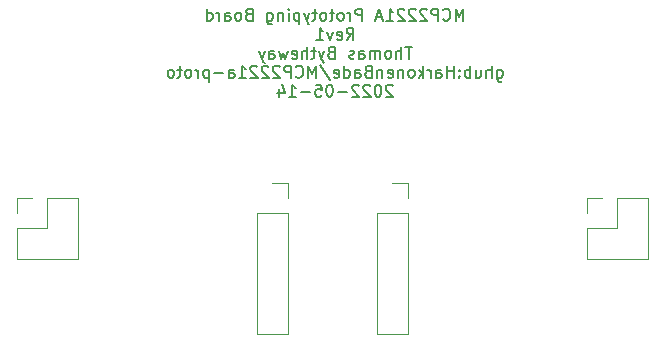
<source format=gbo>
%TF.GenerationSoftware,KiCad,Pcbnew,(6.0.2)*%
%TF.CreationDate,2022-05-16T10:18:48+01:00*%
%TF.ProjectId,mcp_breadboard,6d63705f-6272-4656-9164-626f6172642e,rev?*%
%TF.SameCoordinates,Original*%
%TF.FileFunction,Legend,Bot*%
%TF.FilePolarity,Positive*%
%FSLAX46Y46*%
G04 Gerber Fmt 4.6, Leading zero omitted, Abs format (unit mm)*
G04 Created by KiCad (PCBNEW (6.0.2)) date 2022-05-16 10:18:48*
%MOMM*%
%LPD*%
G01*
G04 APERTURE LIST*
%ADD10C,0.150000*%
%ADD11C,0.120000*%
G04 APERTURE END LIST*
D10*
X61107142Y-37482380D02*
X61107142Y-36482380D01*
X60773809Y-37196666D01*
X60440476Y-36482380D01*
X60440476Y-37482380D01*
X59392857Y-37387142D02*
X59440476Y-37434761D01*
X59583333Y-37482380D01*
X59678571Y-37482380D01*
X59821428Y-37434761D01*
X59916666Y-37339523D01*
X59964285Y-37244285D01*
X60011904Y-37053809D01*
X60011904Y-36910952D01*
X59964285Y-36720476D01*
X59916666Y-36625238D01*
X59821428Y-36530000D01*
X59678571Y-36482380D01*
X59583333Y-36482380D01*
X59440476Y-36530000D01*
X59392857Y-36577619D01*
X58964285Y-37482380D02*
X58964285Y-36482380D01*
X58583333Y-36482380D01*
X58488095Y-36530000D01*
X58440476Y-36577619D01*
X58392857Y-36672857D01*
X58392857Y-36815714D01*
X58440476Y-36910952D01*
X58488095Y-36958571D01*
X58583333Y-37006190D01*
X58964285Y-37006190D01*
X58011904Y-36577619D02*
X57964285Y-36530000D01*
X57869047Y-36482380D01*
X57630952Y-36482380D01*
X57535714Y-36530000D01*
X57488095Y-36577619D01*
X57440476Y-36672857D01*
X57440476Y-36768095D01*
X57488095Y-36910952D01*
X58059523Y-37482380D01*
X57440476Y-37482380D01*
X57059523Y-36577619D02*
X57011904Y-36530000D01*
X56916666Y-36482380D01*
X56678571Y-36482380D01*
X56583333Y-36530000D01*
X56535714Y-36577619D01*
X56488095Y-36672857D01*
X56488095Y-36768095D01*
X56535714Y-36910952D01*
X57107142Y-37482380D01*
X56488095Y-37482380D01*
X56107142Y-36577619D02*
X56059523Y-36530000D01*
X55964285Y-36482380D01*
X55726190Y-36482380D01*
X55630952Y-36530000D01*
X55583333Y-36577619D01*
X55535714Y-36672857D01*
X55535714Y-36768095D01*
X55583333Y-36910952D01*
X56154761Y-37482380D01*
X55535714Y-37482380D01*
X54583333Y-37482380D02*
X55154761Y-37482380D01*
X54869047Y-37482380D02*
X54869047Y-36482380D01*
X54964285Y-36625238D01*
X55059523Y-36720476D01*
X55154761Y-36768095D01*
X54202380Y-37196666D02*
X53726190Y-37196666D01*
X54297619Y-37482380D02*
X53964285Y-36482380D01*
X53630952Y-37482380D01*
X52535714Y-37482380D02*
X52535714Y-36482380D01*
X52154761Y-36482380D01*
X52059523Y-36530000D01*
X52011904Y-36577619D01*
X51964285Y-36672857D01*
X51964285Y-36815714D01*
X52011904Y-36910952D01*
X52059523Y-36958571D01*
X52154761Y-37006190D01*
X52535714Y-37006190D01*
X51535714Y-37482380D02*
X51535714Y-36815714D01*
X51535714Y-37006190D02*
X51488095Y-36910952D01*
X51440476Y-36863333D01*
X51345238Y-36815714D01*
X51250000Y-36815714D01*
X50773809Y-37482380D02*
X50869047Y-37434761D01*
X50916666Y-37387142D01*
X50964285Y-37291904D01*
X50964285Y-37006190D01*
X50916666Y-36910952D01*
X50869047Y-36863333D01*
X50773809Y-36815714D01*
X50630952Y-36815714D01*
X50535714Y-36863333D01*
X50488095Y-36910952D01*
X50440476Y-37006190D01*
X50440476Y-37291904D01*
X50488095Y-37387142D01*
X50535714Y-37434761D01*
X50630952Y-37482380D01*
X50773809Y-37482380D01*
X50154761Y-36815714D02*
X49773809Y-36815714D01*
X50011904Y-36482380D02*
X50011904Y-37339523D01*
X49964285Y-37434761D01*
X49869047Y-37482380D01*
X49773809Y-37482380D01*
X49297619Y-37482380D02*
X49392857Y-37434761D01*
X49440476Y-37387142D01*
X49488095Y-37291904D01*
X49488095Y-37006190D01*
X49440476Y-36910952D01*
X49392857Y-36863333D01*
X49297619Y-36815714D01*
X49154761Y-36815714D01*
X49059523Y-36863333D01*
X49011904Y-36910952D01*
X48964285Y-37006190D01*
X48964285Y-37291904D01*
X49011904Y-37387142D01*
X49059523Y-37434761D01*
X49154761Y-37482380D01*
X49297619Y-37482380D01*
X48678571Y-36815714D02*
X48297619Y-36815714D01*
X48535714Y-36482380D02*
X48535714Y-37339523D01*
X48488095Y-37434761D01*
X48392857Y-37482380D01*
X48297619Y-37482380D01*
X48059523Y-36815714D02*
X47821428Y-37482380D01*
X47583333Y-36815714D02*
X47821428Y-37482380D01*
X47916666Y-37720476D01*
X47964285Y-37768095D01*
X48059523Y-37815714D01*
X47202380Y-36815714D02*
X47202380Y-37815714D01*
X47202380Y-36863333D02*
X47107142Y-36815714D01*
X46916666Y-36815714D01*
X46821428Y-36863333D01*
X46773809Y-36910952D01*
X46726190Y-37006190D01*
X46726190Y-37291904D01*
X46773809Y-37387142D01*
X46821428Y-37434761D01*
X46916666Y-37482380D01*
X47107142Y-37482380D01*
X47202380Y-37434761D01*
X46297619Y-37482380D02*
X46297619Y-36815714D01*
X46297619Y-36482380D02*
X46345238Y-36530000D01*
X46297619Y-36577619D01*
X46250000Y-36530000D01*
X46297619Y-36482380D01*
X46297619Y-36577619D01*
X45821428Y-36815714D02*
X45821428Y-37482380D01*
X45821428Y-36910952D02*
X45773809Y-36863333D01*
X45678571Y-36815714D01*
X45535714Y-36815714D01*
X45440476Y-36863333D01*
X45392857Y-36958571D01*
X45392857Y-37482380D01*
X44488095Y-36815714D02*
X44488095Y-37625238D01*
X44535714Y-37720476D01*
X44583333Y-37768095D01*
X44678571Y-37815714D01*
X44821428Y-37815714D01*
X44916666Y-37768095D01*
X44488095Y-37434761D02*
X44583333Y-37482380D01*
X44773809Y-37482380D01*
X44869047Y-37434761D01*
X44916666Y-37387142D01*
X44964285Y-37291904D01*
X44964285Y-37006190D01*
X44916666Y-36910952D01*
X44869047Y-36863333D01*
X44773809Y-36815714D01*
X44583333Y-36815714D01*
X44488095Y-36863333D01*
X42916666Y-36958571D02*
X42773809Y-37006190D01*
X42726190Y-37053809D01*
X42678571Y-37149047D01*
X42678571Y-37291904D01*
X42726190Y-37387142D01*
X42773809Y-37434761D01*
X42869047Y-37482380D01*
X43250000Y-37482380D01*
X43250000Y-36482380D01*
X42916666Y-36482380D01*
X42821428Y-36530000D01*
X42773809Y-36577619D01*
X42726190Y-36672857D01*
X42726190Y-36768095D01*
X42773809Y-36863333D01*
X42821428Y-36910952D01*
X42916666Y-36958571D01*
X43250000Y-36958571D01*
X42107142Y-37482380D02*
X42202380Y-37434761D01*
X42250000Y-37387142D01*
X42297619Y-37291904D01*
X42297619Y-37006190D01*
X42250000Y-36910952D01*
X42202380Y-36863333D01*
X42107142Y-36815714D01*
X41964285Y-36815714D01*
X41869047Y-36863333D01*
X41821428Y-36910952D01*
X41773809Y-37006190D01*
X41773809Y-37291904D01*
X41821428Y-37387142D01*
X41869047Y-37434761D01*
X41964285Y-37482380D01*
X42107142Y-37482380D01*
X40916666Y-37482380D02*
X40916666Y-36958571D01*
X40964285Y-36863333D01*
X41059523Y-36815714D01*
X41250000Y-36815714D01*
X41345238Y-36863333D01*
X40916666Y-37434761D02*
X41011904Y-37482380D01*
X41250000Y-37482380D01*
X41345238Y-37434761D01*
X41392857Y-37339523D01*
X41392857Y-37244285D01*
X41345238Y-37149047D01*
X41250000Y-37101428D01*
X41011904Y-37101428D01*
X40916666Y-37053809D01*
X40440476Y-37482380D02*
X40440476Y-36815714D01*
X40440476Y-37006190D02*
X40392857Y-36910952D01*
X40345238Y-36863333D01*
X40250000Y-36815714D01*
X40154761Y-36815714D01*
X39392857Y-37482380D02*
X39392857Y-36482380D01*
X39392857Y-37434761D02*
X39488095Y-37482380D01*
X39678571Y-37482380D01*
X39773809Y-37434761D01*
X39821428Y-37387142D01*
X39869047Y-37291904D01*
X39869047Y-37006190D01*
X39821428Y-36910952D01*
X39773809Y-36863333D01*
X39678571Y-36815714D01*
X39488095Y-36815714D01*
X39392857Y-36863333D01*
X51226190Y-39092380D02*
X51559523Y-38616190D01*
X51797619Y-39092380D02*
X51797619Y-38092380D01*
X51416666Y-38092380D01*
X51321428Y-38140000D01*
X51273809Y-38187619D01*
X51226190Y-38282857D01*
X51226190Y-38425714D01*
X51273809Y-38520952D01*
X51321428Y-38568571D01*
X51416666Y-38616190D01*
X51797619Y-38616190D01*
X50416666Y-39044761D02*
X50511904Y-39092380D01*
X50702380Y-39092380D01*
X50797619Y-39044761D01*
X50845238Y-38949523D01*
X50845238Y-38568571D01*
X50797619Y-38473333D01*
X50702380Y-38425714D01*
X50511904Y-38425714D01*
X50416666Y-38473333D01*
X50369047Y-38568571D01*
X50369047Y-38663809D01*
X50845238Y-38759047D01*
X50035714Y-38425714D02*
X49797619Y-39092380D01*
X49559523Y-38425714D01*
X48654761Y-39092380D02*
X49226190Y-39092380D01*
X48940476Y-39092380D02*
X48940476Y-38092380D01*
X49035714Y-38235238D01*
X49130952Y-38330476D01*
X49226190Y-38378095D01*
X56750000Y-39702380D02*
X56178571Y-39702380D01*
X56464285Y-40702380D02*
X56464285Y-39702380D01*
X55845238Y-40702380D02*
X55845238Y-39702380D01*
X55416666Y-40702380D02*
X55416666Y-40178571D01*
X55464285Y-40083333D01*
X55559523Y-40035714D01*
X55702380Y-40035714D01*
X55797619Y-40083333D01*
X55845238Y-40130952D01*
X54797619Y-40702380D02*
X54892857Y-40654761D01*
X54940476Y-40607142D01*
X54988095Y-40511904D01*
X54988095Y-40226190D01*
X54940476Y-40130952D01*
X54892857Y-40083333D01*
X54797619Y-40035714D01*
X54654761Y-40035714D01*
X54559523Y-40083333D01*
X54511904Y-40130952D01*
X54464285Y-40226190D01*
X54464285Y-40511904D01*
X54511904Y-40607142D01*
X54559523Y-40654761D01*
X54654761Y-40702380D01*
X54797619Y-40702380D01*
X54035714Y-40702380D02*
X54035714Y-40035714D01*
X54035714Y-40130952D02*
X53988095Y-40083333D01*
X53892857Y-40035714D01*
X53750000Y-40035714D01*
X53654761Y-40083333D01*
X53607142Y-40178571D01*
X53607142Y-40702380D01*
X53607142Y-40178571D02*
X53559523Y-40083333D01*
X53464285Y-40035714D01*
X53321428Y-40035714D01*
X53226190Y-40083333D01*
X53178571Y-40178571D01*
X53178571Y-40702380D01*
X52273809Y-40702380D02*
X52273809Y-40178571D01*
X52321428Y-40083333D01*
X52416666Y-40035714D01*
X52607142Y-40035714D01*
X52702380Y-40083333D01*
X52273809Y-40654761D02*
X52369047Y-40702380D01*
X52607142Y-40702380D01*
X52702380Y-40654761D01*
X52750000Y-40559523D01*
X52750000Y-40464285D01*
X52702380Y-40369047D01*
X52607142Y-40321428D01*
X52369047Y-40321428D01*
X52273809Y-40273809D01*
X51845238Y-40654761D02*
X51750000Y-40702380D01*
X51559523Y-40702380D01*
X51464285Y-40654761D01*
X51416666Y-40559523D01*
X51416666Y-40511904D01*
X51464285Y-40416666D01*
X51559523Y-40369047D01*
X51702380Y-40369047D01*
X51797619Y-40321428D01*
X51845238Y-40226190D01*
X51845238Y-40178571D01*
X51797619Y-40083333D01*
X51702380Y-40035714D01*
X51559523Y-40035714D01*
X51464285Y-40083333D01*
X49892857Y-40178571D02*
X49750000Y-40226190D01*
X49702380Y-40273809D01*
X49654761Y-40369047D01*
X49654761Y-40511904D01*
X49702380Y-40607142D01*
X49750000Y-40654761D01*
X49845238Y-40702380D01*
X50226190Y-40702380D01*
X50226190Y-39702380D01*
X49892857Y-39702380D01*
X49797619Y-39750000D01*
X49750000Y-39797619D01*
X49702380Y-39892857D01*
X49702380Y-39988095D01*
X49750000Y-40083333D01*
X49797619Y-40130952D01*
X49892857Y-40178571D01*
X50226190Y-40178571D01*
X49321428Y-40035714D02*
X49083333Y-40702380D01*
X48845238Y-40035714D02*
X49083333Y-40702380D01*
X49178571Y-40940476D01*
X49226190Y-40988095D01*
X49321428Y-41035714D01*
X48607142Y-40035714D02*
X48226190Y-40035714D01*
X48464285Y-39702380D02*
X48464285Y-40559523D01*
X48416666Y-40654761D01*
X48321428Y-40702380D01*
X48226190Y-40702380D01*
X47892857Y-40702380D02*
X47892857Y-39702380D01*
X47464285Y-40702380D02*
X47464285Y-40178571D01*
X47511904Y-40083333D01*
X47607142Y-40035714D01*
X47750000Y-40035714D01*
X47845238Y-40083333D01*
X47892857Y-40130952D01*
X46607142Y-40654761D02*
X46702380Y-40702380D01*
X46892857Y-40702380D01*
X46988095Y-40654761D01*
X47035714Y-40559523D01*
X47035714Y-40178571D01*
X46988095Y-40083333D01*
X46892857Y-40035714D01*
X46702380Y-40035714D01*
X46607142Y-40083333D01*
X46559523Y-40178571D01*
X46559523Y-40273809D01*
X47035714Y-40369047D01*
X46226190Y-40035714D02*
X46035714Y-40702380D01*
X45845238Y-40226190D01*
X45654761Y-40702380D01*
X45464285Y-40035714D01*
X44654761Y-40702380D02*
X44654761Y-40178571D01*
X44702380Y-40083333D01*
X44797619Y-40035714D01*
X44988095Y-40035714D01*
X45083333Y-40083333D01*
X44654761Y-40654761D02*
X44750000Y-40702380D01*
X44988095Y-40702380D01*
X45083333Y-40654761D01*
X45130952Y-40559523D01*
X45130952Y-40464285D01*
X45083333Y-40369047D01*
X44988095Y-40321428D01*
X44750000Y-40321428D01*
X44654761Y-40273809D01*
X44273809Y-40035714D02*
X44035714Y-40702380D01*
X43797619Y-40035714D02*
X44035714Y-40702380D01*
X44130952Y-40940476D01*
X44178571Y-40988095D01*
X44273809Y-41035714D01*
X63964285Y-41645714D02*
X63964285Y-42455238D01*
X64011904Y-42550476D01*
X64059523Y-42598095D01*
X64154761Y-42645714D01*
X64297619Y-42645714D01*
X64392857Y-42598095D01*
X63964285Y-42264761D02*
X64059523Y-42312380D01*
X64250000Y-42312380D01*
X64345238Y-42264761D01*
X64392857Y-42217142D01*
X64440476Y-42121904D01*
X64440476Y-41836190D01*
X64392857Y-41740952D01*
X64345238Y-41693333D01*
X64250000Y-41645714D01*
X64059523Y-41645714D01*
X63964285Y-41693333D01*
X63488095Y-42312380D02*
X63488095Y-41312380D01*
X63059523Y-42312380D02*
X63059523Y-41788571D01*
X63107142Y-41693333D01*
X63202380Y-41645714D01*
X63345238Y-41645714D01*
X63440476Y-41693333D01*
X63488095Y-41740952D01*
X62154761Y-41645714D02*
X62154761Y-42312380D01*
X62583333Y-41645714D02*
X62583333Y-42169523D01*
X62535714Y-42264761D01*
X62440476Y-42312380D01*
X62297619Y-42312380D01*
X62202380Y-42264761D01*
X62154761Y-42217142D01*
X61678571Y-42312380D02*
X61678571Y-41312380D01*
X61678571Y-41693333D02*
X61583333Y-41645714D01*
X61392857Y-41645714D01*
X61297619Y-41693333D01*
X61250000Y-41740952D01*
X61202380Y-41836190D01*
X61202380Y-42121904D01*
X61250000Y-42217142D01*
X61297619Y-42264761D01*
X61392857Y-42312380D01*
X61583333Y-42312380D01*
X61678571Y-42264761D01*
X60773809Y-42217142D02*
X60726190Y-42264761D01*
X60773809Y-42312380D01*
X60821428Y-42264761D01*
X60773809Y-42217142D01*
X60773809Y-42312380D01*
X60773809Y-41693333D02*
X60726190Y-41740952D01*
X60773809Y-41788571D01*
X60821428Y-41740952D01*
X60773809Y-41693333D01*
X60773809Y-41788571D01*
X60297619Y-42312380D02*
X60297619Y-41312380D01*
X60297619Y-41788571D02*
X59726190Y-41788571D01*
X59726190Y-42312380D02*
X59726190Y-41312380D01*
X58821428Y-42312380D02*
X58821428Y-41788571D01*
X58869047Y-41693333D01*
X58964285Y-41645714D01*
X59154761Y-41645714D01*
X59250000Y-41693333D01*
X58821428Y-42264761D02*
X58916666Y-42312380D01*
X59154761Y-42312380D01*
X59250000Y-42264761D01*
X59297619Y-42169523D01*
X59297619Y-42074285D01*
X59250000Y-41979047D01*
X59154761Y-41931428D01*
X58916666Y-41931428D01*
X58821428Y-41883809D01*
X58345238Y-42312380D02*
X58345238Y-41645714D01*
X58345238Y-41836190D02*
X58297619Y-41740952D01*
X58250000Y-41693333D01*
X58154761Y-41645714D01*
X58059523Y-41645714D01*
X57726190Y-42312380D02*
X57726190Y-41312380D01*
X57630952Y-41931428D02*
X57345238Y-42312380D01*
X57345238Y-41645714D02*
X57726190Y-42026666D01*
X56773809Y-42312380D02*
X56869047Y-42264761D01*
X56916666Y-42217142D01*
X56964285Y-42121904D01*
X56964285Y-41836190D01*
X56916666Y-41740952D01*
X56869047Y-41693333D01*
X56773809Y-41645714D01*
X56630952Y-41645714D01*
X56535714Y-41693333D01*
X56488095Y-41740952D01*
X56440476Y-41836190D01*
X56440476Y-42121904D01*
X56488095Y-42217142D01*
X56535714Y-42264761D01*
X56630952Y-42312380D01*
X56773809Y-42312380D01*
X56011904Y-41645714D02*
X56011904Y-42312380D01*
X56011904Y-41740952D02*
X55964285Y-41693333D01*
X55869047Y-41645714D01*
X55726190Y-41645714D01*
X55630952Y-41693333D01*
X55583333Y-41788571D01*
X55583333Y-42312380D01*
X54726190Y-42264761D02*
X54821428Y-42312380D01*
X55011904Y-42312380D01*
X55107142Y-42264761D01*
X55154761Y-42169523D01*
X55154761Y-41788571D01*
X55107142Y-41693333D01*
X55011904Y-41645714D01*
X54821428Y-41645714D01*
X54726190Y-41693333D01*
X54678571Y-41788571D01*
X54678571Y-41883809D01*
X55154761Y-41979047D01*
X54250000Y-41645714D02*
X54250000Y-42312380D01*
X54250000Y-41740952D02*
X54202380Y-41693333D01*
X54107142Y-41645714D01*
X53964285Y-41645714D01*
X53869047Y-41693333D01*
X53821428Y-41788571D01*
X53821428Y-42312380D01*
X53011904Y-41788571D02*
X52869047Y-41836190D01*
X52821428Y-41883809D01*
X52773809Y-41979047D01*
X52773809Y-42121904D01*
X52821428Y-42217142D01*
X52869047Y-42264761D01*
X52964285Y-42312380D01*
X53345238Y-42312380D01*
X53345238Y-41312380D01*
X53011904Y-41312380D01*
X52916666Y-41360000D01*
X52869047Y-41407619D01*
X52821428Y-41502857D01*
X52821428Y-41598095D01*
X52869047Y-41693333D01*
X52916666Y-41740952D01*
X53011904Y-41788571D01*
X53345238Y-41788571D01*
X51916666Y-42312380D02*
X51916666Y-41788571D01*
X51964285Y-41693333D01*
X52059523Y-41645714D01*
X52250000Y-41645714D01*
X52345238Y-41693333D01*
X51916666Y-42264761D02*
X52011904Y-42312380D01*
X52250000Y-42312380D01*
X52345238Y-42264761D01*
X52392857Y-42169523D01*
X52392857Y-42074285D01*
X52345238Y-41979047D01*
X52250000Y-41931428D01*
X52011904Y-41931428D01*
X51916666Y-41883809D01*
X51011904Y-42312380D02*
X51011904Y-41312380D01*
X51011904Y-42264761D02*
X51107142Y-42312380D01*
X51297619Y-42312380D01*
X51392857Y-42264761D01*
X51440476Y-42217142D01*
X51488095Y-42121904D01*
X51488095Y-41836190D01*
X51440476Y-41740952D01*
X51392857Y-41693333D01*
X51297619Y-41645714D01*
X51107142Y-41645714D01*
X51011904Y-41693333D01*
X50154761Y-42264761D02*
X50250000Y-42312380D01*
X50440476Y-42312380D01*
X50535714Y-42264761D01*
X50583333Y-42169523D01*
X50583333Y-41788571D01*
X50535714Y-41693333D01*
X50440476Y-41645714D01*
X50250000Y-41645714D01*
X50154761Y-41693333D01*
X50107142Y-41788571D01*
X50107142Y-41883809D01*
X50583333Y-41979047D01*
X48964285Y-41264761D02*
X49821428Y-42550476D01*
X48630952Y-42312380D02*
X48630952Y-41312380D01*
X48297619Y-42026666D01*
X47964285Y-41312380D01*
X47964285Y-42312380D01*
X46916666Y-42217142D02*
X46964285Y-42264761D01*
X47107142Y-42312380D01*
X47202380Y-42312380D01*
X47345238Y-42264761D01*
X47440476Y-42169523D01*
X47488095Y-42074285D01*
X47535714Y-41883809D01*
X47535714Y-41740952D01*
X47488095Y-41550476D01*
X47440476Y-41455238D01*
X47345238Y-41360000D01*
X47202380Y-41312380D01*
X47107142Y-41312380D01*
X46964285Y-41360000D01*
X46916666Y-41407619D01*
X46488095Y-42312380D02*
X46488095Y-41312380D01*
X46107142Y-41312380D01*
X46011904Y-41360000D01*
X45964285Y-41407619D01*
X45916666Y-41502857D01*
X45916666Y-41645714D01*
X45964285Y-41740952D01*
X46011904Y-41788571D01*
X46107142Y-41836190D01*
X46488095Y-41836190D01*
X45535714Y-41407619D02*
X45488095Y-41360000D01*
X45392857Y-41312380D01*
X45154761Y-41312380D01*
X45059523Y-41360000D01*
X45011904Y-41407619D01*
X44964285Y-41502857D01*
X44964285Y-41598095D01*
X45011904Y-41740952D01*
X45583333Y-42312380D01*
X44964285Y-42312380D01*
X44583333Y-41407619D02*
X44535714Y-41360000D01*
X44440476Y-41312380D01*
X44202380Y-41312380D01*
X44107142Y-41360000D01*
X44059523Y-41407619D01*
X44011904Y-41502857D01*
X44011904Y-41598095D01*
X44059523Y-41740952D01*
X44630952Y-42312380D01*
X44011904Y-42312380D01*
X43630952Y-41407619D02*
X43583333Y-41360000D01*
X43488095Y-41312380D01*
X43250000Y-41312380D01*
X43154761Y-41360000D01*
X43107142Y-41407619D01*
X43059523Y-41502857D01*
X43059523Y-41598095D01*
X43107142Y-41740952D01*
X43678571Y-42312380D01*
X43059523Y-42312380D01*
X42107142Y-42312380D02*
X42678571Y-42312380D01*
X42392857Y-42312380D02*
X42392857Y-41312380D01*
X42488095Y-41455238D01*
X42583333Y-41550476D01*
X42678571Y-41598095D01*
X41250000Y-42312380D02*
X41250000Y-41788571D01*
X41297619Y-41693333D01*
X41392857Y-41645714D01*
X41583333Y-41645714D01*
X41678571Y-41693333D01*
X41250000Y-42264761D02*
X41345238Y-42312380D01*
X41583333Y-42312380D01*
X41678571Y-42264761D01*
X41726190Y-42169523D01*
X41726190Y-42074285D01*
X41678571Y-41979047D01*
X41583333Y-41931428D01*
X41345238Y-41931428D01*
X41250000Y-41883809D01*
X40773809Y-41931428D02*
X40011904Y-41931428D01*
X39535714Y-41645714D02*
X39535714Y-42645714D01*
X39535714Y-41693333D02*
X39440476Y-41645714D01*
X39250000Y-41645714D01*
X39154761Y-41693333D01*
X39107142Y-41740952D01*
X39059523Y-41836190D01*
X39059523Y-42121904D01*
X39107142Y-42217142D01*
X39154761Y-42264761D01*
X39250000Y-42312380D01*
X39440476Y-42312380D01*
X39535714Y-42264761D01*
X38630952Y-42312380D02*
X38630952Y-41645714D01*
X38630952Y-41836190D02*
X38583333Y-41740952D01*
X38535714Y-41693333D01*
X38440476Y-41645714D01*
X38345238Y-41645714D01*
X37869047Y-42312380D02*
X37964285Y-42264761D01*
X38011904Y-42217142D01*
X38059523Y-42121904D01*
X38059523Y-41836190D01*
X38011904Y-41740952D01*
X37964285Y-41693333D01*
X37869047Y-41645714D01*
X37726190Y-41645714D01*
X37630952Y-41693333D01*
X37583333Y-41740952D01*
X37535714Y-41836190D01*
X37535714Y-42121904D01*
X37583333Y-42217142D01*
X37630952Y-42264761D01*
X37726190Y-42312380D01*
X37869047Y-42312380D01*
X37250000Y-41645714D02*
X36869047Y-41645714D01*
X37107142Y-41312380D02*
X37107142Y-42169523D01*
X37059523Y-42264761D01*
X36964285Y-42312380D01*
X36869047Y-42312380D01*
X36392857Y-42312380D02*
X36488095Y-42264761D01*
X36535714Y-42217142D01*
X36583333Y-42121904D01*
X36583333Y-41836190D01*
X36535714Y-41740952D01*
X36488095Y-41693333D01*
X36392857Y-41645714D01*
X36250000Y-41645714D01*
X36154761Y-41693333D01*
X36107142Y-41740952D01*
X36059523Y-41836190D01*
X36059523Y-42121904D01*
X36107142Y-42217142D01*
X36154761Y-42264761D01*
X36250000Y-42312380D01*
X36392857Y-42312380D01*
X55107142Y-43017619D02*
X55059523Y-42970000D01*
X54964285Y-42922380D01*
X54726190Y-42922380D01*
X54630952Y-42970000D01*
X54583333Y-43017619D01*
X54535714Y-43112857D01*
X54535714Y-43208095D01*
X54583333Y-43350952D01*
X55154761Y-43922380D01*
X54535714Y-43922380D01*
X53916666Y-42922380D02*
X53821428Y-42922380D01*
X53726190Y-42970000D01*
X53678571Y-43017619D01*
X53630952Y-43112857D01*
X53583333Y-43303333D01*
X53583333Y-43541428D01*
X53630952Y-43731904D01*
X53678571Y-43827142D01*
X53726190Y-43874761D01*
X53821428Y-43922380D01*
X53916666Y-43922380D01*
X54011904Y-43874761D01*
X54059523Y-43827142D01*
X54107142Y-43731904D01*
X54154761Y-43541428D01*
X54154761Y-43303333D01*
X54107142Y-43112857D01*
X54059523Y-43017619D01*
X54011904Y-42970000D01*
X53916666Y-42922380D01*
X53202380Y-43017619D02*
X53154761Y-42970000D01*
X53059523Y-42922380D01*
X52821428Y-42922380D01*
X52726190Y-42970000D01*
X52678571Y-43017619D01*
X52630952Y-43112857D01*
X52630952Y-43208095D01*
X52678571Y-43350952D01*
X53250000Y-43922380D01*
X52630952Y-43922380D01*
X52250000Y-43017619D02*
X52202380Y-42970000D01*
X52107142Y-42922380D01*
X51869047Y-42922380D01*
X51773809Y-42970000D01*
X51726190Y-43017619D01*
X51678571Y-43112857D01*
X51678571Y-43208095D01*
X51726190Y-43350952D01*
X52297619Y-43922380D01*
X51678571Y-43922380D01*
X51250000Y-43541428D02*
X50488095Y-43541428D01*
X49821428Y-42922380D02*
X49726190Y-42922380D01*
X49630952Y-42970000D01*
X49583333Y-43017619D01*
X49535714Y-43112857D01*
X49488095Y-43303333D01*
X49488095Y-43541428D01*
X49535714Y-43731904D01*
X49583333Y-43827142D01*
X49630952Y-43874761D01*
X49726190Y-43922380D01*
X49821428Y-43922380D01*
X49916666Y-43874761D01*
X49964285Y-43827142D01*
X50011904Y-43731904D01*
X50059523Y-43541428D01*
X50059523Y-43303333D01*
X50011904Y-43112857D01*
X49964285Y-43017619D01*
X49916666Y-42970000D01*
X49821428Y-42922380D01*
X48583333Y-42922380D02*
X49059523Y-42922380D01*
X49107142Y-43398571D01*
X49059523Y-43350952D01*
X48964285Y-43303333D01*
X48726190Y-43303333D01*
X48630952Y-43350952D01*
X48583333Y-43398571D01*
X48535714Y-43493809D01*
X48535714Y-43731904D01*
X48583333Y-43827142D01*
X48630952Y-43874761D01*
X48726190Y-43922380D01*
X48964285Y-43922380D01*
X49059523Y-43874761D01*
X49107142Y-43827142D01*
X48107142Y-43541428D02*
X47345238Y-43541428D01*
X46345238Y-43922380D02*
X46916666Y-43922380D01*
X46630952Y-43922380D02*
X46630952Y-42922380D01*
X46726190Y-43065238D01*
X46821428Y-43160476D01*
X46916666Y-43208095D01*
X45488095Y-43255714D02*
X45488095Y-43922380D01*
X45726190Y-42874761D02*
X45964285Y-43589047D01*
X45345238Y-43589047D01*
D11*
%TO.C,J3*%
X46250000Y-64030000D02*
X43590000Y-64030000D01*
X46250000Y-52540000D02*
X46250000Y-51210000D01*
X46250000Y-53810000D02*
X46250000Y-64030000D01*
X43590000Y-53810000D02*
X43590000Y-64030000D01*
X46250000Y-53810000D02*
X43590000Y-53810000D01*
X46250000Y-51210000D02*
X44920000Y-51210000D01*
%TO.C,J4*%
X56410000Y-52540000D02*
X56410000Y-51210000D01*
X56410000Y-64030000D02*
X53750000Y-64030000D01*
X56410000Y-51210000D02*
X55080000Y-51210000D01*
X53750000Y-53810000D02*
X53750000Y-64030000D01*
X56410000Y-53810000D02*
X56410000Y-64030000D01*
X56410000Y-53810000D02*
X53750000Y-53810000D01*
%TO.C,J2*%
X72860000Y-52480000D02*
X71530000Y-52480000D01*
X71530000Y-57680000D02*
X76730000Y-57680000D01*
X71530000Y-52480000D02*
X71530000Y-53810000D01*
X76730000Y-52480000D02*
X76730000Y-57680000D01*
X71530000Y-55080000D02*
X71530000Y-57680000D01*
X74130000Y-52480000D02*
X74130000Y-55080000D01*
X74130000Y-52480000D02*
X76730000Y-52480000D01*
X74130000Y-55080000D02*
X71530000Y-55080000D01*
%TO.C,J1*%
X23270000Y-57680000D02*
X28470000Y-57680000D01*
X23270000Y-55080000D02*
X23270000Y-57680000D01*
X23270000Y-52480000D02*
X23270000Y-53810000D01*
X24600000Y-52480000D02*
X23270000Y-52480000D01*
X25870000Y-52480000D02*
X25870000Y-55080000D01*
X25870000Y-52480000D02*
X28470000Y-52480000D01*
X28470000Y-52480000D02*
X28470000Y-57680000D01*
X25870000Y-55080000D02*
X23270000Y-55080000D01*
%TD*%
M02*

</source>
